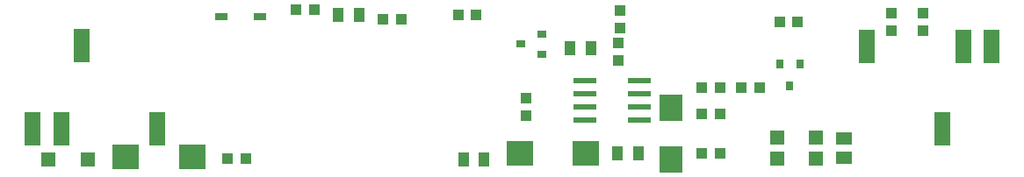
<source format=gtp>
G75*
%MOIN*%
%OFA0B0*%
%FSLAX25Y25*%
%IPPOS*%
%LPD*%
%AMOC8*
5,1,8,0,0,1.08239X$1,22.5*
%
%ADD10R,0.08661X0.10236*%
%ADD11R,0.04331X0.05512*%
%ADD12R,0.10236X0.09449*%
%ADD13R,0.05512X0.05512*%
%ADD14R,0.04724X0.02756*%
%ADD15R,0.08661X0.02362*%
%ADD16R,0.03543X0.03150*%
%ADD17R,0.03150X0.03543*%
%ADD18R,0.03937X0.04331*%
%ADD19R,0.05906X0.05118*%
%ADD20R,0.04331X0.03937*%
%ADD21R,0.06000X0.12500*%
D10*
X0255508Y0013957D03*
X0255508Y0033643D03*
D11*
X0242945Y0016300D03*
X0235071Y0016300D03*
X0184445Y0013800D03*
X0176571Y0013800D03*
X0217071Y0056300D03*
X0224945Y0056300D03*
X0136945Y0068800D03*
X0129071Y0068800D03*
D12*
X0197909Y0016300D03*
X0223106Y0016300D03*
X0073606Y0014800D03*
X0048409Y0014800D03*
D13*
X0019028Y0013800D03*
X0033988Y0013800D03*
X0295528Y0014300D03*
X0310488Y0014300D03*
X0310488Y0022300D03*
X0295528Y0022300D03*
D14*
X0099291Y0068300D03*
X0084724Y0068300D03*
D15*
X0222772Y0043800D03*
X0243244Y0043800D03*
X0243244Y0038800D03*
X0222772Y0038800D03*
X0222772Y0033800D03*
X0243244Y0033800D03*
X0243244Y0028800D03*
X0222772Y0028800D03*
D16*
X0206445Y0054060D03*
X0198177Y0057800D03*
X0206445Y0061540D03*
D17*
X0296768Y0050237D03*
X0304248Y0050237D03*
X0300508Y0041969D03*
D18*
X0288854Y0041300D03*
X0282161Y0041300D03*
X0273854Y0041300D03*
X0267161Y0041300D03*
X0267161Y0031300D03*
X0273854Y0031300D03*
X0273854Y0016300D03*
X0267161Y0016300D03*
X0093854Y0014300D03*
X0087161Y0014300D03*
X0296661Y0066300D03*
X0303354Y0066300D03*
X0181354Y0068800D03*
X0174661Y0068800D03*
X0152854Y0067300D03*
X0146161Y0067300D03*
X0119854Y0070800D03*
X0113161Y0070800D03*
D19*
X0321008Y0022040D03*
X0321008Y0014560D03*
D20*
X0200508Y0030454D03*
X0200508Y0037146D03*
X0235508Y0051454D03*
X0235508Y0058146D03*
X0236008Y0063954D03*
X0236008Y0070646D03*
X0339008Y0069646D03*
X0351008Y0069646D03*
X0351008Y0062954D03*
X0339008Y0062954D03*
D21*
X0329610Y0057050D03*
X0366177Y0057050D03*
X0377099Y0057050D03*
X0358366Y0025440D03*
X0060421Y0025550D03*
X0023854Y0025550D03*
X0012932Y0025550D03*
X0031665Y0057160D03*
M02*

</source>
